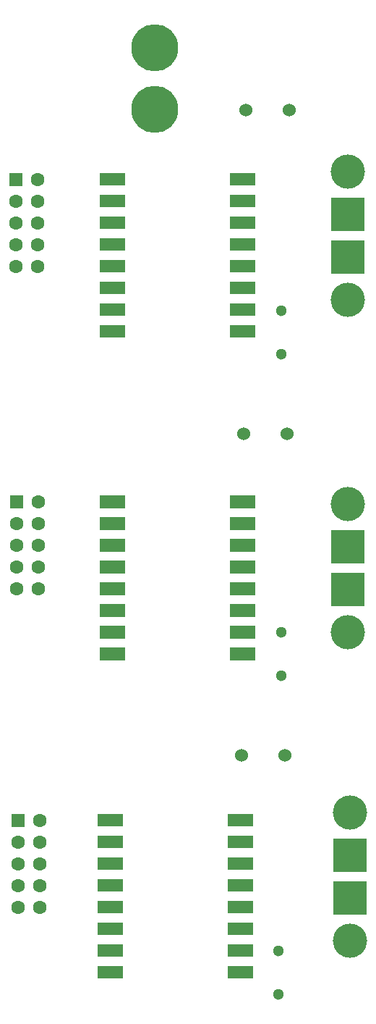
<source format=gtl>
G04 Layer: TopLayer*
G04 EasyEDA v6.5.5, 2022-06-01 21:54:51*
G04 4b561e4e07bb45b19b9d071735fb3a1a,c96cdaf6a0e44fa3bb1e134f2b5c86cb,10*
G04 Gerber Generator version 0.2*
G04 Scale: 100 percent, Rotated: No, Reflected: No *
G04 Dimensions in millimeters *
G04 leading zeros omitted , absolute positions ,4 integer and 5 decimal *
%FSLAX45Y45*%
%MOMM*%

%ADD11C,1.3000*%
%ADD12C,5.4991*%
%ADD13C,1.5999*%
%ADD14R,1.5080X1.5080*%
%ADD16C,4.0000*%
%ADD17R,4.0000X4.0000*%
%ADD18C,1.5240*%

%LPD*%
D11*
G01*
X5207000Y7880350D03*
G01*
X5207000Y8388350D03*
G01*
X5207000Y4121150D03*
G01*
X5207000Y4629150D03*
G01*
X5168900Y400050D03*
G01*
X5168900Y908050D03*
D12*
G01*
X3721100Y11466144D03*
G01*
X3721100Y10746155D03*
D13*
G01*
X2095500Y8909050D03*
G01*
X2095500Y9163050D03*
G01*
X2349500Y9925050D03*
G01*
X2349500Y9671050D03*
G01*
X2349500Y9417050D03*
G01*
X2349500Y9163050D03*
G01*
X2349500Y8909050D03*
G01*
X2095500Y9671050D03*
G01*
X2095500Y9417050D03*
D14*
G01*
X2095500Y9925050D03*
D13*
G01*
X2108200Y5137150D03*
G01*
X2108200Y5391150D03*
G01*
X2362200Y6153150D03*
G01*
X2362200Y5899150D03*
G01*
X2362200Y5645150D03*
G01*
X2362200Y5391150D03*
G01*
X2362200Y5137150D03*
G01*
X2108200Y5899150D03*
G01*
X2108200Y5645150D03*
D14*
G01*
X2108200Y6153150D03*
D13*
G01*
X2120900Y1416050D03*
G01*
X2120900Y1670050D03*
G01*
X2374900Y2432050D03*
G01*
X2374900Y2178050D03*
G01*
X2374900Y1924050D03*
G01*
X2374900Y1670050D03*
G01*
X2374900Y1416050D03*
G01*
X2120900Y2178050D03*
G01*
X2120900Y1924050D03*
D14*
G01*
X2120900Y2432050D03*
G36*
X3075800Y8222051D02*
G01*
X3375799Y8222051D01*
X3375799Y8072048D01*
X3075800Y8072048D01*
G37*
G36*
X3075800Y8476051D02*
G01*
X3375799Y8476051D01*
X3375799Y8326048D01*
X3075800Y8326048D01*
G37*
G36*
X3075800Y8730051D02*
G01*
X3375799Y8730051D01*
X3375799Y8580048D01*
X3075800Y8580048D01*
G37*
G36*
X3075800Y8984051D02*
G01*
X3375799Y8984051D01*
X3375799Y8834048D01*
X3075800Y8834048D01*
G37*
G36*
X3075800Y9238051D02*
G01*
X3375799Y9238051D01*
X3375799Y9088048D01*
X3075800Y9088048D01*
G37*
G36*
X3075800Y9492051D02*
G01*
X3375799Y9492051D01*
X3375799Y9342048D01*
X3075800Y9342048D01*
G37*
G36*
X3075800Y9746051D02*
G01*
X3375799Y9746051D01*
X3375799Y9596048D01*
X3075800Y9596048D01*
G37*
G36*
X3075800Y10000051D02*
G01*
X3375799Y10000051D01*
X3375799Y9850048D01*
X3075800Y9850048D01*
G37*
G36*
X4599800Y10000051D02*
G01*
X4899799Y10000051D01*
X4899799Y9850048D01*
X4599800Y9850048D01*
G37*
G36*
X4599800Y9746051D02*
G01*
X4899799Y9746051D01*
X4899799Y9596048D01*
X4599800Y9596048D01*
G37*
G36*
X4599800Y9492051D02*
G01*
X4899799Y9492051D01*
X4899799Y9342048D01*
X4599800Y9342048D01*
G37*
G36*
X4599800Y9238051D02*
G01*
X4899799Y9238051D01*
X4899799Y9088048D01*
X4599800Y9088048D01*
G37*
G36*
X4599800Y8984051D02*
G01*
X4899799Y8984051D01*
X4899799Y8834048D01*
X4599800Y8834048D01*
G37*
G36*
X4599800Y8730051D02*
G01*
X4899799Y8730051D01*
X4899799Y8580048D01*
X4599800Y8580048D01*
G37*
G36*
X4599800Y8476051D02*
G01*
X4899799Y8476051D01*
X4899799Y8326048D01*
X4599800Y8326048D01*
G37*
G36*
X4599800Y8222051D02*
G01*
X4899799Y8222051D01*
X4899799Y8072048D01*
X4599800Y8072048D01*
G37*
G36*
X3075800Y4450151D02*
G01*
X3375799Y4450151D01*
X3375799Y4300148D01*
X3075800Y4300148D01*
G37*
G36*
X3075800Y4704151D02*
G01*
X3375799Y4704151D01*
X3375799Y4554148D01*
X3075800Y4554148D01*
G37*
G36*
X3075800Y4958151D02*
G01*
X3375799Y4958151D01*
X3375799Y4808148D01*
X3075800Y4808148D01*
G37*
G36*
X3075800Y5212151D02*
G01*
X3375799Y5212151D01*
X3375799Y5062148D01*
X3075800Y5062148D01*
G37*
G36*
X3075800Y5466151D02*
G01*
X3375799Y5466151D01*
X3375799Y5316148D01*
X3075800Y5316148D01*
G37*
G36*
X3075800Y5720151D02*
G01*
X3375799Y5720151D01*
X3375799Y5570148D01*
X3075800Y5570148D01*
G37*
G36*
X3075800Y5974151D02*
G01*
X3375799Y5974151D01*
X3375799Y5824148D01*
X3075800Y5824148D01*
G37*
G36*
X3075800Y6228151D02*
G01*
X3375799Y6228151D01*
X3375799Y6078148D01*
X3075800Y6078148D01*
G37*
G36*
X4599800Y6228151D02*
G01*
X4899799Y6228151D01*
X4899799Y6078148D01*
X4599800Y6078148D01*
G37*
G36*
X4599800Y5974151D02*
G01*
X4899799Y5974151D01*
X4899799Y5824148D01*
X4599800Y5824148D01*
G37*
G36*
X4599800Y5720151D02*
G01*
X4899799Y5720151D01*
X4899799Y5570148D01*
X4599800Y5570148D01*
G37*
G36*
X4599800Y5466151D02*
G01*
X4899799Y5466151D01*
X4899799Y5316148D01*
X4599800Y5316148D01*
G37*
G36*
X4599800Y5212151D02*
G01*
X4899799Y5212151D01*
X4899799Y5062148D01*
X4599800Y5062148D01*
G37*
G36*
X4599800Y4958151D02*
G01*
X4899799Y4958151D01*
X4899799Y4808148D01*
X4599800Y4808148D01*
G37*
G36*
X4599800Y4704151D02*
G01*
X4899799Y4704151D01*
X4899799Y4554148D01*
X4599800Y4554148D01*
G37*
G36*
X4599800Y4450151D02*
G01*
X4899799Y4450151D01*
X4899799Y4300148D01*
X4599800Y4300148D01*
G37*
G36*
X3050400Y729051D02*
G01*
X3350399Y729051D01*
X3350399Y579048D01*
X3050400Y579048D01*
G37*
G36*
X3050400Y983051D02*
G01*
X3350399Y983051D01*
X3350399Y833048D01*
X3050400Y833048D01*
G37*
G36*
X3050400Y1237051D02*
G01*
X3350399Y1237051D01*
X3350399Y1087048D01*
X3050400Y1087048D01*
G37*
G36*
X3050400Y1491051D02*
G01*
X3350399Y1491051D01*
X3350399Y1341048D01*
X3050400Y1341048D01*
G37*
G36*
X3050400Y1745051D02*
G01*
X3350399Y1745051D01*
X3350399Y1595048D01*
X3050400Y1595048D01*
G37*
G36*
X3050400Y1999051D02*
G01*
X3350399Y1999051D01*
X3350399Y1849048D01*
X3050400Y1849048D01*
G37*
G36*
X3050400Y2253051D02*
G01*
X3350399Y2253051D01*
X3350399Y2103048D01*
X3050400Y2103048D01*
G37*
G36*
X3050400Y2507051D02*
G01*
X3350399Y2507051D01*
X3350399Y2357048D01*
X3050400Y2357048D01*
G37*
G36*
X4574400Y2507051D02*
G01*
X4874399Y2507051D01*
X4874399Y2357048D01*
X4574400Y2357048D01*
G37*
G36*
X4574400Y2253051D02*
G01*
X4874399Y2253051D01*
X4874399Y2103048D01*
X4574400Y2103048D01*
G37*
G36*
X4574400Y1999051D02*
G01*
X4874399Y1999051D01*
X4874399Y1849048D01*
X4574400Y1849048D01*
G37*
G36*
X4574400Y1745051D02*
G01*
X4874399Y1745051D01*
X4874399Y1595048D01*
X4574400Y1595048D01*
G37*
G36*
X4574400Y1491051D02*
G01*
X4874399Y1491051D01*
X4874399Y1341048D01*
X4574400Y1341048D01*
G37*
G36*
X4574400Y1237051D02*
G01*
X4874399Y1237051D01*
X4874399Y1087048D01*
X4574400Y1087048D01*
G37*
G36*
X4574400Y983051D02*
G01*
X4874399Y983051D01*
X4874399Y833048D01*
X4574400Y833048D01*
G37*
G36*
X4574400Y729051D02*
G01*
X4874399Y729051D01*
X4874399Y579048D01*
X4574400Y579048D01*
G37*
D16*
G01*
X5981700Y10013950D03*
D17*
G01*
X5981700Y9513951D03*
G01*
X5981700Y9013952D03*
D16*
G01*
X5981700Y8513953D03*
G01*
X5981700Y6127750D03*
D17*
G01*
X5981700Y5627751D03*
G01*
X5981700Y5127752D03*
D16*
G01*
X5981700Y4627753D03*
G01*
X6007100Y2520950D03*
D17*
G01*
X6007100Y2020951D03*
G01*
X6007100Y1520952D03*
D16*
G01*
X6007100Y1020953D03*
D18*
G01*
X4787900Y10737850D03*
G01*
X5295900Y10737850D03*
G01*
X4762500Y6953250D03*
G01*
X5270500Y6953250D03*
G01*
X4737100Y3194050D03*
G01*
X5245100Y3194050D03*
M02*

</source>
